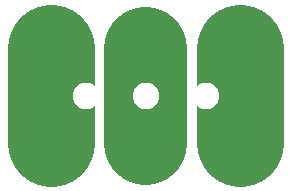
<source format=gto>
%TF.GenerationSoftware,KiCad,Pcbnew,4.0.5-e0-6337~49~ubuntu16.04.1*%
%TF.CreationDate,2017-02-14T02:16:33-08:00*%
%TF.ProjectId,2x3-Potentiometer-P160K-TH,3278332D506F74656E74696F6D657465,1.0*%
%TF.FileFunction,Legend,Top*%
%FSLAX46Y46*%
G04 Gerber Fmt 4.6, Leading zero omitted, Abs format (unit mm)*
G04 Created by KiCad (PCBNEW 4.0.5-e0-6337~49~ubuntu16.04.1) date Tue Feb 14 02:16:33 2017*
%MOMM*%
%LPD*%
G01*
G04 APERTURE LIST*
%ADD10C,0.350000*%
%ADD11C,7.400000*%
%ADD12C,7.000000*%
%ADD13C,2.252400*%
G04 APERTURE END LIST*
D10*
D11*
X38758400Y-28346400D02*
X38758400Y-36346400D01*
D12*
X30758400Y-28346400D02*
X30758400Y-36346400D01*
D11*
X22758400Y-28346400D02*
X22758400Y-36346400D01*
%LPC*%
D13*
X25758400Y-32346400D03*
X30838400Y-32346400D03*
X35918400Y-32346400D03*
M02*

</source>
